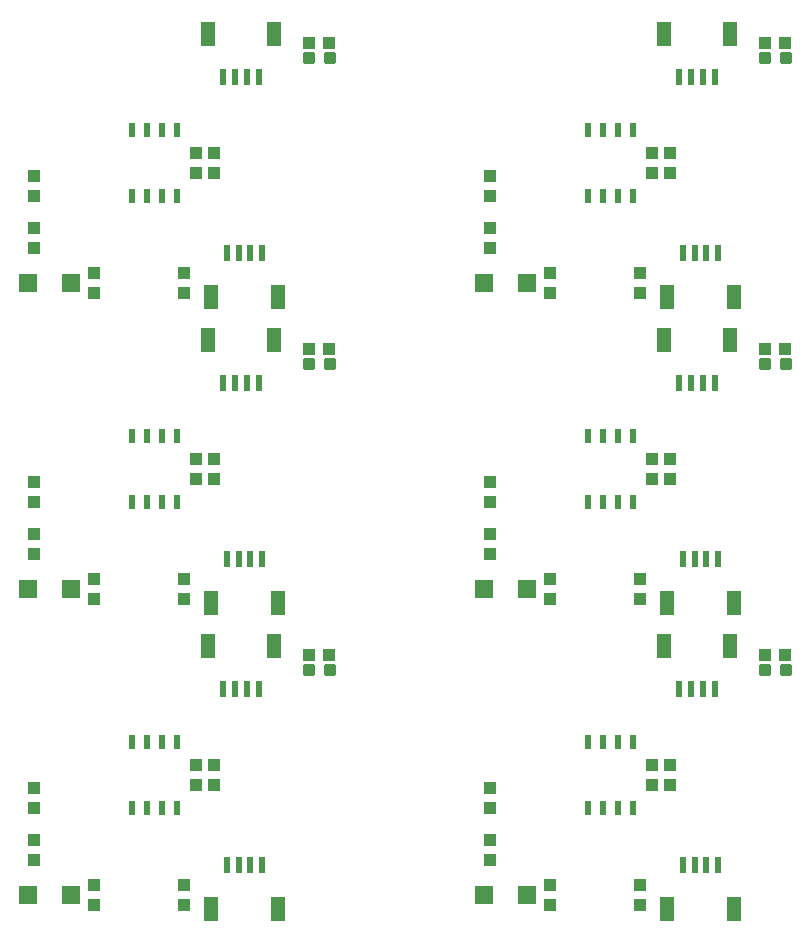
<source format=gtp>
G75*
%MOIN*%
%OFA0B0*%
%FSLAX25Y25*%
%IPPOS*%
%LPD*%
%AMOC8*
5,1,8,0,0,1.08239X$1,22.5*
%
%ADD10R,0.03937X0.04331*%
%ADD11R,0.04331X0.03937*%
%ADD12C,0.01181*%
%ADD13R,0.04724X0.07874*%
%ADD14R,0.02362X0.05315*%
%ADD15R,0.02362X0.04724*%
%ADD16R,0.05906X0.06299*%
D10*
X0058750Y0050404D03*
X0058750Y0057096D03*
X0058750Y0067904D03*
X0058750Y0074596D03*
X0078750Y0042096D03*
X0078750Y0035404D03*
X0108750Y0035404D03*
X0108750Y0042096D03*
X0112750Y0075404D03*
X0118750Y0075404D03*
X0118750Y0082096D03*
X0112750Y0082096D03*
X0108750Y0137404D03*
X0108750Y0144096D03*
X0078750Y0144096D03*
X0078750Y0137404D03*
X0058750Y0152404D03*
X0058750Y0159096D03*
X0058750Y0169904D03*
X0058750Y0176596D03*
X0112750Y0177404D03*
X0112750Y0184096D03*
X0118750Y0184096D03*
X0118750Y0177404D03*
X0108750Y0239404D03*
X0108750Y0246096D03*
X0078750Y0246096D03*
X0078750Y0239404D03*
X0058750Y0254404D03*
X0058750Y0261096D03*
X0058750Y0271904D03*
X0058750Y0278596D03*
X0112750Y0279404D03*
X0118750Y0279404D03*
X0118750Y0286096D03*
X0112750Y0286096D03*
X0210750Y0278596D03*
X0210750Y0271904D03*
X0210750Y0261096D03*
X0210750Y0254404D03*
X0230750Y0246096D03*
X0230750Y0239404D03*
X0260750Y0239404D03*
X0260750Y0246096D03*
X0264750Y0279404D03*
X0270750Y0279404D03*
X0270750Y0286096D03*
X0264750Y0286096D03*
X0264750Y0184096D03*
X0270750Y0184096D03*
X0270750Y0177404D03*
X0264750Y0177404D03*
X0260750Y0144096D03*
X0260750Y0137404D03*
X0230750Y0137404D03*
X0230750Y0144096D03*
X0210750Y0152404D03*
X0210750Y0159096D03*
X0210750Y0169904D03*
X0210750Y0176596D03*
X0264750Y0082096D03*
X0270750Y0082096D03*
X0270750Y0075404D03*
X0264750Y0075404D03*
X0260750Y0042096D03*
X0260750Y0035404D03*
X0230750Y0035404D03*
X0230750Y0042096D03*
X0210750Y0050404D03*
X0210750Y0057096D03*
X0210750Y0067904D03*
X0210750Y0074596D03*
D11*
X0157096Y0118750D03*
X0150404Y0118750D03*
X0150404Y0220750D03*
X0157096Y0220750D03*
X0157096Y0322750D03*
X0150404Y0322750D03*
X0302404Y0322750D03*
X0309096Y0322750D03*
X0309096Y0220750D03*
X0302404Y0220750D03*
X0302404Y0118750D03*
X0309096Y0118750D03*
D12*
X0310581Y0115128D02*
X0310581Y0112372D01*
X0307825Y0112372D01*
X0307825Y0115128D01*
X0310581Y0115128D01*
X0310581Y0113494D02*
X0307825Y0113494D01*
X0307825Y0114616D02*
X0310581Y0114616D01*
X0303675Y0115128D02*
X0303675Y0112372D01*
X0300919Y0112372D01*
X0300919Y0115128D01*
X0303675Y0115128D01*
X0303675Y0113494D02*
X0300919Y0113494D01*
X0300919Y0114616D02*
X0303675Y0114616D01*
X0303675Y0214372D02*
X0303675Y0217128D01*
X0303675Y0214372D02*
X0300919Y0214372D01*
X0300919Y0217128D01*
X0303675Y0217128D01*
X0303675Y0215494D02*
X0300919Y0215494D01*
X0300919Y0216616D02*
X0303675Y0216616D01*
X0310581Y0217128D02*
X0310581Y0214372D01*
X0307825Y0214372D01*
X0307825Y0217128D01*
X0310581Y0217128D01*
X0310581Y0215494D02*
X0307825Y0215494D01*
X0307825Y0216616D02*
X0310581Y0216616D01*
X0310581Y0316372D02*
X0310581Y0319128D01*
X0310581Y0316372D02*
X0307825Y0316372D01*
X0307825Y0319128D01*
X0310581Y0319128D01*
X0310581Y0317494D02*
X0307825Y0317494D01*
X0307825Y0318616D02*
X0310581Y0318616D01*
X0303675Y0319128D02*
X0303675Y0316372D01*
X0300919Y0316372D01*
X0300919Y0319128D01*
X0303675Y0319128D01*
X0303675Y0317494D02*
X0300919Y0317494D01*
X0300919Y0318616D02*
X0303675Y0318616D01*
X0158581Y0319128D02*
X0158581Y0316372D01*
X0155825Y0316372D01*
X0155825Y0319128D01*
X0158581Y0319128D01*
X0158581Y0317494D02*
X0155825Y0317494D01*
X0155825Y0318616D02*
X0158581Y0318616D01*
X0151675Y0319128D02*
X0151675Y0316372D01*
X0148919Y0316372D01*
X0148919Y0319128D01*
X0151675Y0319128D01*
X0151675Y0317494D02*
X0148919Y0317494D01*
X0148919Y0318616D02*
X0151675Y0318616D01*
X0151675Y0217128D02*
X0151675Y0214372D01*
X0148919Y0214372D01*
X0148919Y0217128D01*
X0151675Y0217128D01*
X0151675Y0215494D02*
X0148919Y0215494D01*
X0148919Y0216616D02*
X0151675Y0216616D01*
X0158581Y0217128D02*
X0158581Y0214372D01*
X0155825Y0214372D01*
X0155825Y0217128D01*
X0158581Y0217128D01*
X0158581Y0215494D02*
X0155825Y0215494D01*
X0155825Y0216616D02*
X0158581Y0216616D01*
X0158581Y0115128D02*
X0158581Y0112372D01*
X0155825Y0112372D01*
X0155825Y0115128D01*
X0158581Y0115128D01*
X0158581Y0113494D02*
X0155825Y0113494D01*
X0155825Y0114616D02*
X0158581Y0114616D01*
X0151675Y0115128D02*
X0151675Y0112372D01*
X0148919Y0112372D01*
X0148919Y0115128D01*
X0151675Y0115128D01*
X0151675Y0113494D02*
X0148919Y0113494D01*
X0148919Y0114616D02*
X0151675Y0114616D01*
D13*
X0138593Y0121959D03*
X0139774Y0136281D03*
X0117726Y0136281D03*
X0116545Y0121959D03*
X0117726Y0034281D03*
X0139774Y0034281D03*
X0268545Y0121959D03*
X0269726Y0136281D03*
X0290593Y0121959D03*
X0291774Y0136281D03*
X0290593Y0223959D03*
X0291774Y0238281D03*
X0269726Y0238281D03*
X0268545Y0223959D03*
X0268545Y0325959D03*
X0290593Y0325959D03*
X0139774Y0238281D03*
X0138593Y0223959D03*
X0117726Y0238281D03*
X0116545Y0223959D03*
X0116545Y0325959D03*
X0138593Y0325959D03*
X0269726Y0034281D03*
X0291774Y0034281D03*
D14*
X0286656Y0048750D03*
X0282719Y0048750D03*
X0278781Y0048750D03*
X0274844Y0048750D03*
X0273663Y0107490D03*
X0277600Y0107490D03*
X0281537Y0107490D03*
X0285474Y0107490D03*
X0286656Y0150750D03*
X0282719Y0150750D03*
X0278781Y0150750D03*
X0274844Y0150750D03*
X0273663Y0209490D03*
X0277600Y0209490D03*
X0281537Y0209490D03*
X0285474Y0209490D03*
X0286656Y0252750D03*
X0282719Y0252750D03*
X0278781Y0252750D03*
X0274844Y0252750D03*
X0273663Y0311490D03*
X0277600Y0311490D03*
X0281537Y0311490D03*
X0285474Y0311490D03*
X0134656Y0252750D03*
X0130719Y0252750D03*
X0126781Y0252750D03*
X0122844Y0252750D03*
X0121663Y0209490D03*
X0125600Y0209490D03*
X0129537Y0209490D03*
X0133474Y0209490D03*
X0134656Y0150750D03*
X0130719Y0150750D03*
X0126781Y0150750D03*
X0122844Y0150750D03*
X0121663Y0107490D03*
X0125600Y0107490D03*
X0129537Y0107490D03*
X0133474Y0107490D03*
X0134656Y0048750D03*
X0130719Y0048750D03*
X0126781Y0048750D03*
X0122844Y0048750D03*
X0121663Y0311490D03*
X0125600Y0311490D03*
X0129537Y0311490D03*
X0133474Y0311490D03*
D15*
X0106250Y0293774D03*
X0101250Y0293774D03*
X0096250Y0293774D03*
X0091250Y0293774D03*
X0091250Y0271726D03*
X0096250Y0271726D03*
X0101250Y0271726D03*
X0106250Y0271726D03*
X0106250Y0191774D03*
X0101250Y0191774D03*
X0096250Y0191774D03*
X0091250Y0191774D03*
X0091250Y0169726D03*
X0096250Y0169726D03*
X0101250Y0169726D03*
X0106250Y0169726D03*
X0106250Y0089774D03*
X0101250Y0089774D03*
X0096250Y0089774D03*
X0091250Y0089774D03*
X0091250Y0067726D03*
X0096250Y0067726D03*
X0101250Y0067726D03*
X0106250Y0067726D03*
X0243250Y0067726D03*
X0248250Y0067726D03*
X0253250Y0067726D03*
X0258250Y0067726D03*
X0258250Y0089774D03*
X0253250Y0089774D03*
X0248250Y0089774D03*
X0243250Y0089774D03*
X0243250Y0169726D03*
X0248250Y0169726D03*
X0253250Y0169726D03*
X0258250Y0169726D03*
X0258250Y0191774D03*
X0253250Y0191774D03*
X0248250Y0191774D03*
X0243250Y0191774D03*
X0243250Y0271726D03*
X0248250Y0271726D03*
X0253250Y0271726D03*
X0258250Y0271726D03*
X0258250Y0293774D03*
X0253250Y0293774D03*
X0248250Y0293774D03*
X0243250Y0293774D03*
D16*
X0056663Y0038750D03*
X0070837Y0038750D03*
X0070837Y0140750D03*
X0056663Y0140750D03*
X0056663Y0242750D03*
X0070837Y0242750D03*
X0208663Y0242750D03*
X0222837Y0242750D03*
X0222837Y0140750D03*
X0208663Y0140750D03*
X0208663Y0038750D03*
X0222837Y0038750D03*
M02*

</source>
